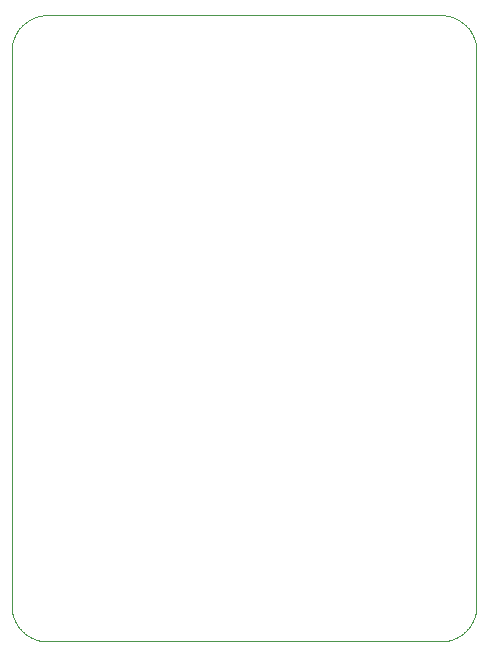
<source format=gko>
G75*
%MOIN*%
%OFA0B0*%
%FSLAX25Y25*%
%IPPOS*%
%LPD*%
%AMOC8*
5,1,8,0,0,1.08239X$1,22.5*
%
%ADD10C,0.00000*%
D10*
X0005737Y0021485D02*
X0005737Y0206564D01*
X0005740Y0206849D01*
X0005751Y0207135D01*
X0005768Y0207420D01*
X0005792Y0207704D01*
X0005823Y0207988D01*
X0005861Y0208271D01*
X0005906Y0208552D01*
X0005957Y0208833D01*
X0006015Y0209113D01*
X0006080Y0209391D01*
X0006152Y0209667D01*
X0006230Y0209941D01*
X0006315Y0210214D01*
X0006407Y0210484D01*
X0006505Y0210752D01*
X0006609Y0211018D01*
X0006720Y0211281D01*
X0006837Y0211541D01*
X0006960Y0211799D01*
X0007090Y0212053D01*
X0007226Y0212304D01*
X0007367Y0212552D01*
X0007515Y0212796D01*
X0007668Y0213037D01*
X0007828Y0213273D01*
X0007993Y0213506D01*
X0008163Y0213735D01*
X0008339Y0213960D01*
X0008521Y0214180D01*
X0008707Y0214396D01*
X0008899Y0214607D01*
X0009096Y0214814D01*
X0009298Y0215016D01*
X0009505Y0215213D01*
X0009716Y0215405D01*
X0009932Y0215591D01*
X0010152Y0215773D01*
X0010377Y0215949D01*
X0010606Y0216119D01*
X0010839Y0216284D01*
X0011075Y0216444D01*
X0011316Y0216597D01*
X0011560Y0216745D01*
X0011808Y0216886D01*
X0012059Y0217022D01*
X0012313Y0217152D01*
X0012571Y0217275D01*
X0012831Y0217392D01*
X0013094Y0217503D01*
X0013360Y0217607D01*
X0013628Y0217705D01*
X0013898Y0217797D01*
X0014171Y0217882D01*
X0014445Y0217960D01*
X0014721Y0218032D01*
X0014999Y0218097D01*
X0015279Y0218155D01*
X0015560Y0218206D01*
X0015841Y0218251D01*
X0016124Y0218289D01*
X0016408Y0218320D01*
X0016692Y0218344D01*
X0016977Y0218361D01*
X0017263Y0218372D01*
X0017548Y0218375D01*
X0148847Y0218375D01*
X0149132Y0218372D01*
X0149418Y0218361D01*
X0149703Y0218344D01*
X0149987Y0218320D01*
X0150271Y0218289D01*
X0150554Y0218251D01*
X0150835Y0218206D01*
X0151116Y0218155D01*
X0151396Y0218097D01*
X0151674Y0218032D01*
X0151950Y0217960D01*
X0152224Y0217882D01*
X0152497Y0217797D01*
X0152767Y0217705D01*
X0153035Y0217607D01*
X0153301Y0217503D01*
X0153564Y0217392D01*
X0153824Y0217275D01*
X0154082Y0217152D01*
X0154336Y0217022D01*
X0154587Y0216886D01*
X0154835Y0216745D01*
X0155079Y0216597D01*
X0155320Y0216444D01*
X0155556Y0216284D01*
X0155789Y0216119D01*
X0156018Y0215949D01*
X0156243Y0215773D01*
X0156463Y0215591D01*
X0156679Y0215405D01*
X0156890Y0215213D01*
X0157097Y0215016D01*
X0157299Y0214814D01*
X0157496Y0214607D01*
X0157688Y0214396D01*
X0157874Y0214180D01*
X0158056Y0213960D01*
X0158232Y0213735D01*
X0158402Y0213506D01*
X0158567Y0213273D01*
X0158727Y0213037D01*
X0158880Y0212796D01*
X0159028Y0212552D01*
X0159169Y0212304D01*
X0159305Y0212053D01*
X0159435Y0211799D01*
X0159558Y0211541D01*
X0159675Y0211281D01*
X0159786Y0211018D01*
X0159890Y0210752D01*
X0159988Y0210484D01*
X0160080Y0210214D01*
X0160165Y0209941D01*
X0160243Y0209667D01*
X0160315Y0209391D01*
X0160380Y0209113D01*
X0160438Y0208833D01*
X0160489Y0208552D01*
X0160534Y0208271D01*
X0160572Y0207988D01*
X0160603Y0207704D01*
X0160627Y0207420D01*
X0160644Y0207135D01*
X0160655Y0206849D01*
X0160658Y0206564D01*
X0160658Y0021485D01*
X0160655Y0021200D01*
X0160644Y0020914D01*
X0160627Y0020629D01*
X0160603Y0020345D01*
X0160572Y0020061D01*
X0160534Y0019778D01*
X0160489Y0019497D01*
X0160438Y0019216D01*
X0160380Y0018936D01*
X0160315Y0018658D01*
X0160243Y0018382D01*
X0160165Y0018108D01*
X0160080Y0017835D01*
X0159988Y0017565D01*
X0159890Y0017297D01*
X0159786Y0017031D01*
X0159675Y0016768D01*
X0159558Y0016508D01*
X0159435Y0016250D01*
X0159305Y0015996D01*
X0159169Y0015745D01*
X0159028Y0015497D01*
X0158880Y0015253D01*
X0158727Y0015012D01*
X0158567Y0014776D01*
X0158402Y0014543D01*
X0158232Y0014314D01*
X0158056Y0014089D01*
X0157874Y0013869D01*
X0157688Y0013653D01*
X0157496Y0013442D01*
X0157299Y0013235D01*
X0157097Y0013033D01*
X0156890Y0012836D01*
X0156679Y0012644D01*
X0156463Y0012458D01*
X0156243Y0012276D01*
X0156018Y0012100D01*
X0155789Y0011930D01*
X0155556Y0011765D01*
X0155320Y0011605D01*
X0155079Y0011452D01*
X0154835Y0011304D01*
X0154587Y0011163D01*
X0154336Y0011027D01*
X0154082Y0010897D01*
X0153824Y0010774D01*
X0153564Y0010657D01*
X0153301Y0010546D01*
X0153035Y0010442D01*
X0152767Y0010344D01*
X0152497Y0010252D01*
X0152224Y0010167D01*
X0151950Y0010089D01*
X0151674Y0010017D01*
X0151396Y0009952D01*
X0151116Y0009894D01*
X0150835Y0009843D01*
X0150554Y0009798D01*
X0150271Y0009760D01*
X0149987Y0009729D01*
X0149703Y0009705D01*
X0149418Y0009688D01*
X0149132Y0009677D01*
X0148847Y0009674D01*
X0017548Y0009674D01*
X0017263Y0009677D01*
X0016977Y0009688D01*
X0016692Y0009705D01*
X0016408Y0009729D01*
X0016124Y0009760D01*
X0015841Y0009798D01*
X0015560Y0009843D01*
X0015279Y0009894D01*
X0014999Y0009952D01*
X0014721Y0010017D01*
X0014445Y0010089D01*
X0014171Y0010167D01*
X0013898Y0010252D01*
X0013628Y0010344D01*
X0013360Y0010442D01*
X0013094Y0010546D01*
X0012831Y0010657D01*
X0012571Y0010774D01*
X0012313Y0010897D01*
X0012059Y0011027D01*
X0011808Y0011163D01*
X0011560Y0011304D01*
X0011316Y0011452D01*
X0011075Y0011605D01*
X0010839Y0011765D01*
X0010606Y0011930D01*
X0010377Y0012100D01*
X0010152Y0012276D01*
X0009932Y0012458D01*
X0009716Y0012644D01*
X0009505Y0012836D01*
X0009298Y0013033D01*
X0009096Y0013235D01*
X0008899Y0013442D01*
X0008707Y0013653D01*
X0008521Y0013869D01*
X0008339Y0014089D01*
X0008163Y0014314D01*
X0007993Y0014543D01*
X0007828Y0014776D01*
X0007668Y0015012D01*
X0007515Y0015253D01*
X0007367Y0015497D01*
X0007226Y0015745D01*
X0007090Y0015996D01*
X0006960Y0016250D01*
X0006837Y0016508D01*
X0006720Y0016768D01*
X0006609Y0017031D01*
X0006505Y0017297D01*
X0006407Y0017565D01*
X0006315Y0017835D01*
X0006230Y0018108D01*
X0006152Y0018382D01*
X0006080Y0018658D01*
X0006015Y0018936D01*
X0005957Y0019216D01*
X0005906Y0019497D01*
X0005861Y0019778D01*
X0005823Y0020061D01*
X0005792Y0020345D01*
X0005768Y0020629D01*
X0005751Y0020914D01*
X0005740Y0021200D01*
X0005737Y0021485D01*
M02*

</source>
